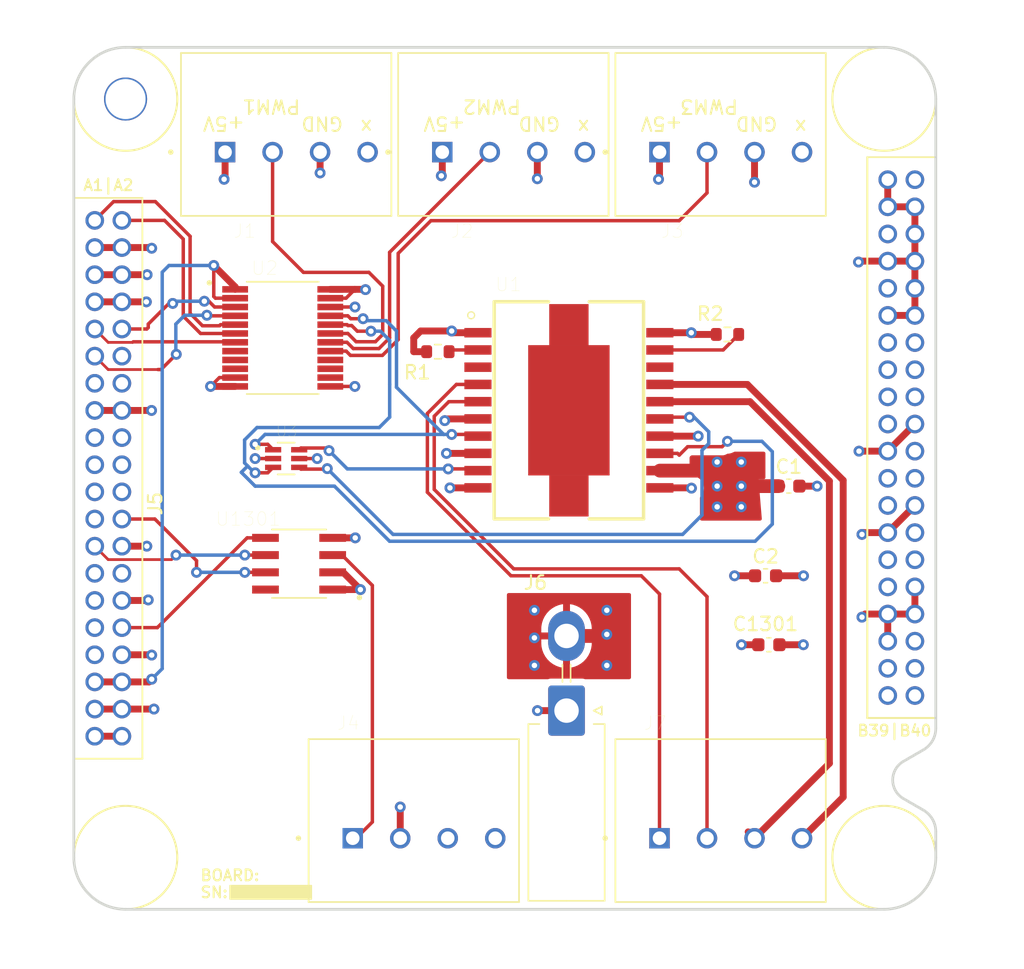
<source format=kicad_pcb>
(kicad_pcb (version 20211014) (generator pcbnew)
  (layers (0 "F.Cu" signal) (1 "In1.Cu" signal) (2 "In2.Cu" signal) (31 "B.Cu" signal) (34 "B.Paste" user) (35 "F.Paste" user) (36 "B.SilkS" user "B.Silkscreen") (37 "F.SilkS" user "F.Silkscreen") (38 "B.Mask" user) (39 "F.Mask" user) (44 "Edge.Cuts" user))
  (net 0 "")
  (net 1 "GND")
  (net 2 "/MAX6675ISA/T+")
  (net 3 "+5V")
  (net 4 "SPI0_SCK")
  (net 5 "CS4")
  (net 6 "SPI0_MISO")
  (net 8 "Net-(R1-Pad2)")
  (net 10 "Sol1Lead1")
  (net 11 "Sol1Lead2")
  (net 12 "Sol1")
  (net 13 "Sol1'")
  (net 14 "+24V")
  (net 15 "Sol2")
  (net 16 "Sol2'")
  (net 17 "Sol2Lead1")
  (net 18 "Sol2Lead2")
  (net 20 "Net-(R2-Pad1)")
  (net 21 "+3V3")
  (net 22 "Sol1_33")
  (net 23 "Sol2_33")
  (net 24 "PWM1_33")
  (net 25 "PWM2_33")
  (net 26 "PWM3_33")
  (net 33 "PWM3")
  (net 34 "PWM2")
  (net 35 "PWM1")
  (net 41 "/CAS_bus/SPI0_nSS5")
  (net 42 "+BATT")
  (net 43 "/CAS_bus/SPI0_nSS2")
  (net 44 "/CAS_bus/INT6")
  (net 45 "/CAS_bus/I2C1_SDA")
  (net 46 "/CAS_bus/SPI0_nSS6")
  (net 47 "/CAS_bus/INT8")
  (net 48 "/CAS_bus/I2C0_SDA")
  (net 49 "/CAS_bus/SPI0_nSS8")
  (net 50 "/CAS_bus/SPI0_nSS3")
  (net 51 "/CAS_bus/SPI0_nSS7")
  (net 52 "/CAS_bus/SPI0_nSS1")
  (net 53 "SPI0_MOSI")
  (net 54 "/CAS_bus/I2C0_SCL")
  (net 55 "/CAS_bus/INT7")
  (net 56 "/CAS_bus/I2C1_SCL")
  (net 57 "/CAS_bus/SPIHS_nSS2")
  (net 58 "/CAS_bus/SPIHS_SCK")
  (net 60 "/CAS_bus/LVDS0N")
  (net 61 "/CAS_bus/LVDS2N")
  (net 63 "/CAS_bus/LVDS0P")
  (net 66 "/CAS_bus/SPIHS_nSS1")
  (net 68 "/CAS_bus/nRESET")
  (net 69 "/CAS_bus/LVDS2P")
  (net 70 "/CAS_bus/LVDS1N")
  (net 71 "/CAS_bus/LVDS3N")
  (net 72 "/CAS_bus/LVDSCLK1P")
  (net 73 "/CAS_bus/SPIHS_MISO")
  (net 74 "/CAS_bus/LVDS1P")
  (net 75 "/CAS_bus/LVDSCLK0N")
  (net 76 "/CAS_bus/LVDSCLK1N")
  (net 77 "/CAS_bus/SPIHS_MOSI")
  (net 78 "/CAS_bus/LVDSCLK0P")
  (net 79 "/CAS_bus/LVDS3P")
  (footprint "star-common-lib:SOIC127P600X175-8N" (layer "F.Cu") (at 70.547 82.677 180)
    (fp_text reference "U1301")
    (fp_text value "MAX6675ISA+")
  )
  (footprint "star-common-lib:PHOENIX_1984989" (layer "F.Cu") (at 79 101.6)
    (fp_text reference "J4")
    (fp_text value "1984989")
  )
  (footprint "star-common-lib:PHOENIX_1984989" (layer "F.Cu") (at 69.596 51.054)
    (fp_text reference "J1")
    (fp_text value "1984989")
  )
  (footprint "star-common-lib:CAS_physical" (layer "F.Cu") (at 53.955 44.635)
    (fp_text reference "J5")
    (fp_text value "CAS_stacking")
    (fp_line (start 61.11875 55.349816) (end 62.581693 56.194446) (layer "Edge.Cuts") (width 0.2))
    (fp_line (start 59.69 63.5) (end 3.81 63.5) (layer "Edge.Cuts") (width 0.2))
    (fp_line (start 63.5 57.785) (end 63.5 59.69) (layer "Edge.Cuts") (width 0.2))
    (fp_line (start 63.5 3.81) (end 63.5 50.165) (layer "Edge.Cuts") (width 0.2))
    (fp_line (start 61.118751 52.600185) (end 62.581694 51.755555) (layer "Edge.Cuts") (width 0.2))
    (fp_line (start 0 59.69) (end 0 3.81) (layer "Edge.Cuts") (width 0.2))
    (fp_line (start 3.81 0) (end 59.69 0) (layer "Edge.Cuts") (width 0.2))
    (fp_arc (start 63.5 59.69) (mid 62.384077 62.384077) (end 59.69 63.5) (layer "Edge.Cuts") (width 0.2))
    (fp_arc (start 3.81 63.5) (mid 1.115923 62.384077) (end 0 59.69) (layer "Edge.Cuts") (width 0.2))
    (fp_arc (start 59.69 0) (mid 62.384077 1.115923) (end 63.5 3.81) (layer "Edge.Cuts") (width 0.2))
    (fp_arc (start 61.11875 55.349814) (mid 60.325001 53.974999) (end 61.118751 52.600185) (layer "Edge.Cuts") (width 0.2))
    (fp_arc (start 63.5 50.165) (mid 63.25394 51.083307) (end 62.581693 51.755554) (layer "Edge.Cuts") (width 0.2))
    (fp_arc (start 0 3.81) (mid 1.115923 1.115923) (end 3.81 0) (layer "Edge.Cuts") (width 0.2))
    (fp_arc (start 62.581694 56.194446) (mid 63.253941 56.866693) (end 63.5 57.785) (layer "Edge.Cuts") (width 0.2))
  )
  (footprint "star-common-lib:SOIC127P1420X360-20N" (layer "F.Cu") (at 90.424 71.374)
    (fp_text reference "U1")
    (fp_text value "L298P")
  )
  (footprint "Capacitor_SMD:C_0603_1608Metric" (layer "F.Cu") (at 106.628 76.96)
    (fp_text reference "C1")
    (fp_text value "100n")
  )
  (footprint "Capacitor_SMD:C_0603_1608Metric" (layer "F.Cu") (at 105.156 88.646 180)
    (fp_text reference "C1301")
    (fp_text value "0.1u")
  )
  (footprint "Capacitor_SMD:C_0603_1608Metric" (layer "F.Cu") (at 104.915 83.566)
    (fp_text reference "C2")
    (fp_text value "100n")
  )
  (footprint "Resistor_SMD:R_0603_1608Metric" (layer "F.Cu") (at 80.772 67.056)
    (fp_text reference "R1")
    (fp_text value "20")
  )
  (footprint "Resistor_SMD:R_0603_1608Metric" (layer "F.Cu") (at 102.108 65.786 180)
    (fp_text reference "R2")
    (fp_text value "20")
  )
  (footprint "star-common-lib:SN74LVC8T245DBR_SOP65P780X200-24N" (layer "F.Cu") (at 69.342 66.04)
    (fp_text reference "U2")
    (fp_text value "SN74LVC8T245DBR")
  )
  (footprint "star-common-lib:SN74LVC2GU04_SOT65P210X110-6N" (layer "F.Cu") (at 69.596 74.93)
    (fp_text reference "U3")
    (fp_text value "SN74LVC2GU04DCKR")
  )
  (footprint "star-common-lib:PHOENIX_1984989" (layer "F.Cu") (at 101.6 51.054)
    (fp_text reference "J3")
    (fp_text value "1984989")
  )
  (footprint "star-common-lib:PHOENIX_1984989" (layer "F.Cu") (at 101.6 101.6)
    (fp_text reference "J7")
    (fp_text value "1984989")
  )
  (footprint "Connector_Molex:Molex_Mini-Fit_Jr_5569-02A2_2x01_P4.20mm_Horizontal" (layer "F.Cu") (at 90.25 93.499 180)
    (fp_text reference "J6")
    (fp_text value "Conn_01x02")
  )
  (footprint "star-common-lib:PHOENIX_1984989" (layer "F.Cu") (at 85.598 51.054)
    (fp_text reference "J2")
    (fp_text value "1984989")
  )
  (gr_text "+5V" (at 97.25 50.25 180) (layer "F.SilkS") (effects (font (size 1 1))))
  (gr_text "x" (at 91.5 50.5 180) (layer "F.SilkS") (effects (font (size 1 1))))
  (gr_text "x" (at 107.5 50.5 180) (layer "F.SilkS") (effects (font (size 1 1))))
  (gr_text "+5V" (at 81.25 50.25 180) (layer "F.SilkS") (effects (font (size 1 1))))
  (gr_text "x" (at 75.5 50.5 180) (layer "F.SilkS") (effects (font (size 1 1))))
  (gr_text "PWM2" (at 84.75 49 180) (layer "F.SilkS") (effects (font (size 1 1))))
  (gr_text "+5V" (at 65 50.25 180) (layer "F.SilkS") (effects (font (size 1 1))))
  (gr_text "GND" (at 88.25 50.25 180) (layer "F.SilkS") (effects (font (size 1 1))))
  (gr_text "PWM3" (at 100.75 49 180) (layer "F.SilkS") (effects (font (size 1 1))))
  (gr_text "GND" (at 104.25 50.25 180) (layer "F.SilkS") (effects (font (size 1 1))))
  (gr_text "PWM1" (at 68.5 49 180) (layer "F.SilkS") (effects (font (size 1 1))))
  (gr_text "GND" (at 72.25 50.25 180) (layer "F.SilkS") (effects (font (size 1 1))))
  (segment (start 113.915 56.3851) (end 115.915 56.3851) (width 0.508) (layer "F.Cu") (net 1))
  (segment (start 57.495 63.385) (end 59.297 63.385) (width 0.508) (layer "F.Cu") (net 1))
  (segment (start 97.124 65.659) (end 99.441 65.659) (width 0.508) (layer "F.Cu") (net 1))
  (segment (start 57.495 81.385) (end 59.331 81.385) (width 0.508) (layer "F.Cu") (net 1))
  (segment (start 73.796 83.312) (end 75.066 84.582) (width 0.508) (layer "F.Cu") (net 1))
  (segment (start 64.677 68.965) (end 64.027 69.615) (width 0.254) (layer "F.Cu") (net 1))
  (segment (start 112.147 80.385) (end 112.014 80.518) (width 0.508) (layer "F.Cu") (net 1))
  (segment (start 79.947 67.056) (end 78.994 67.056) (width 0.508) (layer "F.Cu") (net 1))
  (segment (start 104.381 88.646) (end 103.137 88.646) (width 0.508) (layer "F.Cu") (net 1))
  (segment (start 90.424 93.499) (end 88.111 93.499) (width 0.508) (layer "F.Cu") (net 1))
  (segment (start 113.915 60.3851) (end 115.915 60.3851) (width 0.508) (layer "F.Cu") (net 1))
  (segment (start 99.433257 77.089) (end 99.45388 77.109623) (width 0.508) (layer "F.Cu") (net 1))
  (segment (start 57.495 71.385) (end 55.495 71.385) (width 0.508) (layer "F.Cu") (net 1))
  (segment (start 101.283 65.786) (end 99.568 65.786) (width 0.508) (layer "F.Cu") (net 1))
  (segment (start 72.847 63.765) (end 74.665 63.765) (width 0.254) (layer "F.Cu") (net 1))
  (segment (start 115.915 60.3851) (end 115.915 62.385) (width 0.508) (layer "F.Cu") (net 1))
  (segment (start 78.994 66.04) (end 79.502 65.532) (width 0.508) (layer "F.Cu") (net 1))
  (segment (start 68.636 74.93) (end 67.31 74.93) (width 0.254) (layer "F.Cu") (net 1))
  (segment (start 88.098 52.354) (end 88.098 54.316) (width 0.508) (layer "F.Cu") (net 1))
  (segment (start 115.915 62.385) (end 115.915 64.385) (width 0.508) (layer "F.Cu") (net 1))
  (segment (start 57.495 85.385) (end 59.395 85.385) (width 0.508) (layer "F.Cu") (net 1))
  (segment (start 111.8269 60.3851) (end 111.76 60.452) (width 0.508) (layer "F.Cu") (net 1))
  (segment (start 115.915 84.385) (end 115.915 86.385) (width 0.508) (layer "F.Cu") (net 1))
  (segment (start 99.568 65.786) (end 99.441 65.659) (width 0.508) (layer "F.Cu") (net 1))
  (segment (start 113.915 86.385) (end 113.915 88.385) (width 0.508) (layer "F.Cu") (net 1))
  (segment (start 81.915 65.659) (end 81.788 65.532) (width 0.508) (layer "F.Cu") (net 1))
  (segment (start 108.712 76.962) (end 107.405 76.962) (width 0.508) (layer "F.Cu") (net 1))
  (segment (start 113.915 80.385) (end 112.147 80.385) (width 0.508) (layer "F.Cu") (net 1))
  (segment (start 73.022 84.582) (end 74.685 84.582) (width 0.508) (layer "F.Cu") (net 1))
  (segment (start 113.915 74.385) (end 111.797 74.385) (width 0.508) (layer "F.Cu") (net 1))
  (segment (start 115.915 78.385) (end 113.915 80.385) (width 0.508) (layer "F.Cu") (net 1))
  (segment (start 78.994 67.056) (end 78.994 66.04) (width 0.508) (layer "F.Cu") (net 1))
  (segment (start 113.915 74.385) (end 115.915 72.385) (width 0.508) (layer "F.Cu") (net 1))
  (segment (start 65.837 69.615) (end 64.027 69.615) (width 0.508) (layer "F.Cu") (net 1))
  (segment (start 78 102.9) (end 78 100.6) (width 0.508) (layer "F.Cu") (net 1))
  (segment (start 57.495 59.385) (end 59.639 59.385) (width 0.508) (layer "F.Cu") (net 1))
  (segment (start 107.403 76.96) (end 107.431 76.96) (width 0.508) (layer "F.Cu") (net 1))
  (segment (start 59.6669 89.3849) (end 59.69 89.408) (width 0.508) (layer "F.Cu") (net 1))
  (segment (start 57.495 63.385) (end 55.495 63.385) (width 0.508) (layer "F.Cu") (net 1))
  (segment (start 113.915 86.385) (end 112.243 86.385) (width 0.508) (layer "F.Cu") (net 1))
  (segment (start 115.915 64.385) (end 113.915 64.385) (width 0.508) (layer "F.Cu") (net 1))
  (segment (start 72.096 52.354) (end 72.096 53.888) (width 0.508) (layer "F.Cu") (net 1))
  (segment (start 59.639 59.385) (end 59.69 59.436) (width 0.508) (layer "F.Cu") (net 1))
  (segment (start 72.847 69.615) (end 74.657 69.615) (width 0.254) (layer "F.Cu") (net 1))
  (segment (start 97.124 77.089) (end 99.433257 77.089) (width 0.508) (layer "F.Cu") (net 1))
  (segment (start 104.1 52.354) (end 104.1 54.57) (width 0.508) (layer "F.Cu") (net 1))
  (segment (start 83.724 65.659) (end 81.915 65.659) (width 0.508) (layer "F.Cu") (net 1))
  (segment (start 57.495 89.3849) (end 59.1589 89.3849) (width 0.508) (layer "F.Cu") (net 1))
  (segment (start 115.915 56.3851) (end 115.915 58.3851) (width 0.508) (layer "F.Cu") (net 1))
  (segment (start 113.915 86.385) (end 115.915 86.385) (width 0.508) (layer "F.Cu") (net 1))
  (segment (start 57.495 93.3849) (end 59.8569 93.3849) (width 0.508) (layer "F.Cu") (net 1))
  (segment (start 59.1589 89.3849) (end 59.6669 89.3849) (width 0.508) (layer "F.Cu") (net 1))
  (segment (start 112.243 86.385) (end 112.014 86.614) (width 0.508) (layer "F.Cu") (net 1))
  (segment (start 104.14 83.566) (end 102.629 83.566) (width 0.508) (layer "F.Cu") (net 1))
  (segment (start 83.724 77.089) (end 81.661 77.089) (width 0.508) (layer "F.Cu") (net 1))
  (segment (start 65.837 68.965) (end 64.677 68.965) (width 0.254) (layer "F.Cu") (net 1))
  (segment (start 79.502 65.532) (end 81.788 65.532) (width 0.508) (layer "F.Cu") (net 1))
  (segment (start 107.405 76.962) (end 107.403 76.96) (width 0.508) (layer "F.Cu") (net 1))
  (segment (start 73.022 83.312) (end 73.796 83.312) (width 0.508) (layer "F.Cu") (net 1))
  (segment (start 57.495 71.385) (end 59.679 71.385) (width 0.508) (layer "F.Cu") (net 1))
  (segment (start 113.915 60.3851) (end 111.8269 60.3851) (width 0.508) (layer "F.Cu") (net 1))
  (segment (start 55.495 59.385) (end 57.495 59.385) (width 0.508) (layer "F.Cu") (net 1))
  (segment (start 113.915 56.3851) (end 113.915 54.3851) (width 0.508) (layer "F.Cu") (net 1))
  (segment (start 115.915 60.3851) (end 115.915 58.3851) (width 0.508) (layer "F.Cu") (net 1))
  (segment (start 57.495 93.3849) (end 55.495 93.3849) (width 0.508) (layer "F.Cu") (net 1))
  (segment (start 59.395 85.385) (end 59.436 85.344) (width 0.508) (layer "F.Cu") (net 1))
  (via (at 112.014 86.614) (size 0.8) (drill 0.4) (layers "F.Cu" "B.Cu") (net 1))
  (via (at 74.665 63.765) (size 0.8) (drill 0.4) (layers "F.Cu" "B.Cu") (net 1))
  (via (at 99.45388 77.109623) (size 0.8) (drill 0.4) (layers "F.Cu" "B.Cu") (net 1))
  (via (at 81.661 77.089) (size 0.8) (drill 0.4) (layers "F.Cu" "B.Cu") (net 1))
  (via (at 111.76 60.452) (size 0.8) (drill 0.4) (layers "F.Cu" "B.Cu") (net 1))
  (via (at 81.788 65.532) (size 0.8) (drill 0.4) (layers "F.Cu" "B.Cu") (net 1))
  (via (at 102.629 83.566) (size 0.8) (drill 0.4) (layers "F.Cu" "B.Cu") (net 1))
  (via (at 59.297 63.385) (size 0.8) (drill 0.4) (layers "F.Cu" "B.Cu") (net 1))
  (via (at 75.066 84.582) (size 0.8) (drill 0.4) (layers "F.Cu" "B.Cu") (net 1))
  (via (at 104.1 54.57) (size 0.8) (drill 0.4) (layers "F.Cu" "B.Cu") (net 1))
  (via (at 67.31 74.93) (size 0.8) (drill 0.4) (layers "F.Cu" "B.Cu") (net 1))
  (via (at 74.657 69.615) (size 0.8) (drill 0.4) (layers "F.Cu" "B.Cu") (net 1))
  (via (at 59.69 89.408) (size 0.8) (drill 0.4) (layers "F.Cu" "B.Cu") (net 1))
  (via (at 111.797 74.385) (size 0.8) (drill 0.4) (layers "F.Cu" "B.Cu") (net 1))
  (via (at 103.137 88.646) (size 0.8) (drill 0.4) (layers "F.Cu" "B.Cu") (net 1))
  (via (at 59.8569 93.3849) (size 0.8) (drill 0.4) (layers "F.Cu" "B.Cu") (net 1))
  (via (at 59.436 85.344) (size 0.8) (drill 0.4) (layers "F.Cu" "B.Cu") (net 1))
  (via (at 78 100.6) (size 0.8) (drill 0.4) (layers "F.Cu" "B.Cu") (net 1))
  (via (at 88.098 54.316) (size 0.8) (drill 0.4) (layers "F.Cu" "B.Cu") (net 1))
  (via (at 112.014 80.518) (size 0.8) (drill 0.4) (layers "F.Cu" "B.Cu") (net 1))
  (via (at 88.111 93.499) (size 0.8) (drill 0.4) (layers "F.Cu" "B.Cu") (net 1))
  (via (at 59.679 71.385) (size 0.8) (drill 0.4) (layers "F.Cu" "B.Cu") (net 1))
  (via (at 72.096 53.888) (size 0.8) (drill 0.4) (layers "F.Cu" "B.Cu") (net 1))
  (via (at 108.712 76.962) (size 0.8) (drill 0.4) (layers "F.Cu" "B.Cu") (net 1))
  (via (at 64.027 69.615) (size 0.8) (drill 0.4) (layers "F.Cu" "B.Cu") (net 1))
  (via (at 59.331 81.385) (size 0.8) (drill 0.4) (layers "F.Cu" "B.Cu") (net 1))
  (via (at 59.69 59.436) (size 0.8) (drill 0.4) (layers "F.Cu" "B.Cu") (net 1))
  (via (at 99.441 65.659) (size 0.8) (drill 0.4) (layers "F.Cu" "B.Cu") (net 1))
  (segment (start 73.712 82.042) (end 75.946 84.276) (width 0.254) (layer "F.Cu") (net 2))
  (segment (start 75.946 84.276) (end 75.946 101.702) (width 0.254) (layer "F.Cu") (net 2))
  (segment (start 75.946 101.702) (end 74.748 102.9) (width 0.254) (layer "F.Cu") (net 2))
  (segment (start 73.022 82.042) (end 73.712 82.042) (width 0.254) (layer "F.Cu") (net 2))
  (segment (start 65.096 52.354) (end 65.096 54.284) (width 0.508) (layer "F.Cu") (net 3))
  (segment (start 81.098 54.03) (end 81.026 54.102) (width 0.508) (layer "F.Cu") (net 3))
  (segment (start 81.407 72.009) (end 81.28 72.136) (width 0.508) (layer "F.Cu") (net 3))
  (segment (start 73.022 80.772) (end 74.685 80.772) (width 0.508) (layer "F.Cu") (net 3))
  (segment (start 105.69 83.566) (end 107.696 83.566) (width 0.508) (layer "F.Cu") (net 3))
  (segment (start 72.847 62.465) (end 74.657 62.465) (width 0.508) (layer "F.Cu") (net 3))
  (segment (start 72.847 63.115) (end 74.007 63.115) (width 0.254) (layer "F.Cu") (net 3))
  (segment (start 74.657 62.465) (end 75.419 62.465) (width 0.508) (layer "F.Cu") (net 3))
  (segment (start 57.495 61.385) (end 59.353 61.385) (width 0.508) (layer "F.Cu") (net 3))
  (segment (start 97.124 73.279) (end 99.949 73.279) (width 0.508) (layer "F.Cu") (net 3))
  (segment (start 81.098 52.354) (end 81.098 54.03) (width 0.508) (layer "F.Cu") (net 3))
  (segment (start 55.495 61.385) (end 57.495 61.385) (width 0.508) (layer "F.Cu") (net 3))
  (segment (start 74.007 63.115) (end 74.657 62.465) (width 0.254) (layer "F.Cu") (net 3))
  (segment (start 83.724 72.009) (end 81.407 72.009) (width 0.508) (layer "F.Cu") (net 3))
  (segment (start 70.556 74.93) (end 71.882 74.93) (width 0.254) (layer "F.Cu") (net 3))
  (segment (start 65.096 54.284) (end 65.024 54.356) (width 0.508) (layer "F.Cu") (net 3))
  (segment (start 97.1 54.284) (end 97.028 54.356) (width 0.508) (layer "F.Cu") (net 3))
  (segment (start 105.931 88.646) (end 107.696 88.646) (width 0.508) (layer "F.Cu") (net 3))
  (segment (start 97.1 52.354) (end 97.1 54.284) (width 0.508) (layer "F.Cu") (net 3))
  (segment (start 83.724 74.549) (end 81.407 74.549) (width 0.508) (layer "F.Cu") (net 3))
  (via (at 81.026 54.102) (size 0.8) (drill 0.4) (layers "F.Cu" "B.Cu") (net 3))
  (via (at 81.28 72.136) (size 0.8) (drill 0.4) (layers "F.Cu" "B.Cu") (net 3))
  (via (at 59.353 61.385) (size 0.8) (drill 0.4) (layers "F.Cu" "B.Cu") (net 3))
  (via (at 71.882 74.93) (size 0.8) (drill 0.4) (layers "F.Cu" "B.Cu") (net 3))
  (via (at 65.024 54.356) (size 0.8) (drill 0.4) (layers "F.Cu" "B.Cu") (net 3))
  (via (at 107.709 83.566) (size 0.8) (drill 0.4) (layers "F.Cu" "B.Cu") (net 3))
  (via (at 107.696 88.646) (size 0.8) (drill 0.4) (layers "F.Cu" "B.Cu") (net 3))
  (via (at 81.407 74.549) (size 0.8) (drill 0.4) (layers "F.Cu" "B.Cu") (net 3))
  (via (at 97.028 54.356) (size 0.8) (drill 0.4) (layers "F.Cu" "B.Cu") (net 3))
  (via (at 75.438 62.484) (size 0.8) (drill 0.4) (layers "F.Cu" "B.Cu") (net 3))
  (via (at 99.949 73.279) (size 0.8) (drill 0.4) (layers "F.Cu" "B.Cu") (net 3))
  (via (at 74.685 80.772) (size 0.8) (drill 0.4) (layers "F.Cu" "B.Cu") (net 3))
  (segment (start 66.719847 80.772) (end 60.106847 87.385) (width 0.254) (layer "F.Cu") (net 4))
  (segment (start 68.072 80.772) (end 66.719847 80.772) (width 0.254) (layer "F.Cu") (net 4))
  (segment (start 60.106847 87.385) (end 57.495 87.385) (width 0.254) (layer "F.Cu") (net 4))
  (segment (start 68.072 82.042) (end 68.762 82.042) (width 0.254) (layer "F.Cu") (net 5))
  (segment (start 61.152589 82.371911) (end 56.481911 82.371911) (width 0.2032) (layer "F.Cu") (net 5))
  (segment (start 61.4825 82.042) (end 61.152589 82.371911) (width 0.2032) (layer "F.Cu") (net 5))
  (segment (start 68.072 82.042) (end 66.548 82.042) (width 0.254) (layer "F.Cu") (net 5))
  (segment (start 66.294 82.042) (end 66.548 82.042) (width 0.254) (layer "F.Cu") (net 5))
  (segment (start 56.481911 82.371911) (end 55.495 81.385) (width 0.2032) (layer "F.Cu") (net 5))
  (via (at 66.548 82.042) (size 0.8) (drill 0.4) (layers "F.Cu" "B.Cu") (net 5))
  (via (at 61.4825 82.042) (size 0.8) (drill 0.4) (layers "F.Cu" "B.Cu") (net 5))
  (segment (start 66.548 82.042) (end 61.4825 82.042) (width 0.254) (layer "B.Cu") (net 5))
  (segment (start 68.072 83.312) (end 66.548 83.312) (width 0.254) (layer "F.Cu") (net 6))
  (segment (start 62.992 82.453347) (end 59.923653 79.385) (width 0.254) (layer "F.Cu") (net 6))
  (segment (start 59.923653 79.385) (end 57.495 79.385) (width 0.254) (layer "F.Cu") (net 6))
  (segment (start 62.992 83.312) (end 62.992 82.453347) (width 0.254) (layer "F.Cu") (net 6))
  (via (at 62.992 83.312) (size 0.8) (drill 0.4) (layers "F.Cu" "B.Cu") (net 6))
  (via (at 66.548 83.312) (size 0.8) (drill 0.4) (layers "F.Cu" "B.Cu") (net 6))
  (segment (start 66.548 83.312) (end 62.992 83.312) (width 0.254) (layer "B.Cu") (net 6))
  (segment (start 81.724 66.929) (end 81.597 67.056) (width 0.254) (layer "F.Cu") (net 8))
  (segment (start 83.724 66.929) (end 81.724 66.929) (width 0.254) (layer "F.Cu") (net 8))
  (segment (start 82.136763 69.469) (end 79.999969 71.605794) (width 0.254) (layer "F.Cu") (net 10))
  (segment (start 79.99997 77.410054) (end 86.155916 83.566) (width 0.254) (layer "F.Cu") (net 10))
  (segment (start 79.999969 71.605794) (end 79.99997 77.410054) (width 0.254) (layer "F.Cu") (net 10))
  (segment (start 83.724 69.469) (end 82.136763 69.469) (width 0.254) (layer "F.Cu") (net 10))
  (segment (start 86.155916 83.566) (end 95.758 83.566) (width 0.254) (layer "F.Cu") (net 10))
  (segment (start 97.1 84.908) (end 97.1 102.9) (width 0.254) (layer "F.Cu") (net 10))
  (segment (start 95.758 83.566) (end 97.1 84.908) (width 0.254) (layer "F.Cu") (net 10))
  (segment (start 100.6 85.106) (end 100.6 102.9) (width 0.254) (layer "F.Cu") (net 11))
  (segment (start 86.36 83.058) (end 98.552 83.058) (width 0.254) (layer "F.Cu") (net 11))
  (segment (start 81.578847 70.739) (end 80.503489 71.814358) (width 0.254) (layer "F.Cu") (net 11))
  (segment (start 98.552 83.058) (end 100.6 85.106) (width 0.254) (layer "F.Cu") (net 11))
  (segment (start 83.724 70.739) (end 81.578847 70.739) (width 0.254) (layer "F.Cu") (net 11))
  (segment (start 80.503489 77.201489) (end 86.36 83.058) (width 0.254) (layer "F.Cu") (net 11))
  (segment (start 80.503489 71.814358) (end 80.503489 77.201489) (width 0.254) (layer "F.Cu") (net 11))
  (segment (start 72.847 64.415) (end 74.140022 64.415) (width 0.254) (layer "F.Cu") (net 12))
  (segment (start 81.788 73.152) (end 83.597 73.152) (width 0.254) (layer "F.Cu") (net 12))
  (segment (start 74.140022 64.415) (end 74.353411 64.628389) (width 0.254) (layer "F.Cu") (net 12))
  (segment (start 83.597 73.152) (end 83.724 73.279) (width 0.254) (layer "F.Cu") (net 12))
  (segment (start 68.636 74.28) (end 68.236497 73.880497) (width 0.254) (layer "F.Cu") (net 12))
  (segment (start 74.353411 64.628389) (end 75.26167 64.628389) (width 0.254) (layer "F.Cu") (net 12))
  (segment (start 68.236497 73.880497) (end 67.31 73.880497) (width 0.254) (layer "F.Cu") (net 12))
  (via (at 67.31 73.880497) (size 0.8) (drill 0.4) (layers "F.Cu" "B.Cu") (net 12))
  (via (at 75.26167 64.628389) (size 0.8) (drill 0.4) (layers "F.Cu" "B.Cu") (net 12))
  (via (at 81.788 73.152) (size 0.8) (drill 0.4) (layers "F.Cu" "B.Cu") (net 12))
  (segment (start 81.197847 73.152) (end 81.788 73.152) (width 0.254) (layer "B.Cu") (net 12))
  (segment (start 67.31 73.880497) (end 68.038497 73.152) (width 0.254) (layer "B.Cu") (net 12))
  (segment (start 75.403281 64.77) (end 76.962 64.77) (width 0.254) (layer "B.Cu") (net 12))
  (segment (start 77.724 69.678153) (end 81.197847 73.152) (width 0.254) (layer "B.Cu") (net 12))
  (segment (start 75.26167 64.628389) (end 75.403281 64.77) (width 0.254) (layer "B.Cu") (net 12))
  (segment (start 77.724 65.532) (end 77.724 69.678153) (width 0.254) (layer "B.Cu") (net 12))
  (segment (start 76.962 64.77) (end 77.724 65.532) (width 0.254) (layer "B.Cu") (net 12))
  (segment (start 68.038497 73.152) (end 81.197847 73.152) (width 0.254) (layer "B.Cu") (net 12))
  (segment (start 81.534 75.692) (end 83.597 75.692) (width 0.254) (layer "F.Cu") (net 13))
  (segment (start 70.556 74.28) (end 70.682511 74.153489) (width 0.254) (layer "F.Cu") (net 13))
  (segment (start 70.682511 74.153489) (end 72.560886 74.153489) (width 0.254) (layer "F.Cu") (net 13))
  (segment (start 83.597 75.692) (end 83.724 75.819) (width 0.254) (layer "F.Cu") (net 13))
  (segment (start 72.560886 74.153489) (end 72.755238 74.347841) (width 0.254) (layer "F.Cu") (net 13))
  (via (at 72.755238 74.347841) (size 0.8) (drill 0.4) (layers "F.Cu" "B.Cu") (net 13))
  (via (at 81.534 75.692) (size 0.8) (drill 0.4) (layers "F.Cu" "B.Cu") (net 13))
  (segment (start 74.099397 75.692) (end 81.534 75.692) (width 0.254) (layer "B.Cu") (net 13))
  (segment (start 72.755238 74.347841) (end 74.099397 75.692) (width 0.254) (layer "B.Cu") (net 13))
  (segment (start 97.124 75.819) (end 99.949 75.819) (width 1.016) (layer "F.Cu") (net 14))
  (segment (start 93.103 87.999) (end 93.218 87.884) (width 1.016) (layer "F.Cu") (net 14))
  (segment (start 105.853 76.96) (end 103.126 76.96) (width 1.016) (layer "F.Cu") (net 14))
  (segment (start 90.424 87.999) (end 93.103 87.999) (width 1.016) (layer "F.Cu") (net 14))
  (via (at 93.218 90.17) (size 0.8) (drill 0.4) (layers "F.Cu" "B.Cu") (net 14))
  (via (at 87.884 90.17) (size 0.8) (drill 0.4) (layers "F.Cu" "B.Cu") (net 14))
  (via (at 101.346 78.486) (size 0.8) (drill 0.4) (layers "F.Cu" "B.Cu") (net 14))
  (via (at 103.124 78.486) (size 0.8) (drill 0.4) (layers "F.Cu" "B.Cu") (net 14))
  (via (at 103.124 75.184) (size 0.8) (drill 0.4) (layers "F.Cu" "B.Cu") (net 14))
  (via (at 93.218 87.884) (size 0.8) (drill 0.4) (layers "F.Cu" "B.Cu") (net 14))
  (via (at 101.346 75.184) (size 0.8) (drill 0.4) (layers "F.Cu" "B.Cu") (net 14))
  (via (at 93.218 86.106) (size 0.8) (drill 0.4) (layers "F.Cu" "B.Cu") (net 14))
  (via (at 103.126 76.96) (size 0.8) (drill 0.4) (layers "F.Cu" "B.Cu") (net 14))
  (via (at 87.884 88.138) (size 0.8) (drill 0.4) (layers "F.Cu" "B.Cu") (net 14))
  (via (at 101.346 76.962) (size 0.8) (drill 0.4) (layers "F.Cu" "B.Cu") (net 14))
  (via (at 87.884 86.106) (size 0.8) (drill 0.4) (layers "F.Cu" "B.Cu") (net 14))
  (segment (start 101.712489 74.055511) (end 99.172489 74.055511) (width 0.254) (layer "F.Cu") (net 15))
  (segment (start 68.636 75.58) (end 68.236497 75.979503) (width 0.254) (layer "F.Cu") (net 15))
  (segment (start 74.836591 65.5465) (end 74.422 65.131909) (width 0.254) (layer "F.Cu") (net 15))
  (segment (start 98.425 74.549) (end 97.124 74.549) (width 0.254) (layer "F.Cu") (net 15))
  (segment (start 74.422 65.131909) (end 74.144847 65.131909) (width 0.254) (layer "F.Cu") (net 15))
  (segment (start 68.236497 75.979503) (end 67.31 75.979503) (width 0.254) (layer "F.Cu") (net 15))
  (segment (start 74.077938 65.065) (end 72.847 65.065) (width 0.254) (layer "F.Cu") (net 15))
  (segment (start 74.836591 65.5465) (end 75.841268 65.5465) (width 0.254) (layer "F.Cu") (net 15))
  (segment (start 74.144847 65.131909) (end 74.077938 65.065) (width 0.254) (layer "F.Cu") (net 15))
  (segment (start 99.172489 74.055511) (end 98.552 74.676) (width 0.254) (layer "F.Cu") (net 15))
  (segment (start 98.552 74.676) (end 98.425 74.549) (width 0.254) (layer "F.Cu") (net 15))
  (segment (start 102.108 73.66) (end 101.712489 74.055511) (width 0.254) (layer "F.Cu") (net 15))
  (via (at 67.31 75.979503) (size 0.8) (drill 0.4) (layers "F.Cu" "B.Cu") (net 15))
  (via (at 102.108 73.66) (size 0.8) (drill 0.4) (layers "F.Cu" "B.Cu") (net 15))
  (via (at 75.841268 65.5465) (size 0.8) (drill 0.4) (layers "F.Cu" "B.Cu") (net 15))
  (segment (start 105.41 79.756) (end 105.41 74.422) (width 0.254) (layer "B.Cu") (net 15))
  (segment (start 77.220481 66.22705) (end 76.539931 65.5465) (width 0.254) (layer "B.Cu") (net 15))
  (segment (start 66.760923 75.479077) (end 66.533489 75.251642) (width 0.254) (layer "B.Cu") (net 15))
  (segment (start 67.26135 75.979503) (end 66.760923 75.479077) (width 0.254) (layer "B.Cu") (net 15))
  (segment (start 77.211519 81.021519) (end 104.144481 81.021519) (width 0.254) (layer "B.Cu") (net 15))
  (segment (start 104.144481 81.021519) (end 105.41 79.756) (width 0.254) (layer "B.Cu") (net 15))
  (segment (start 66.533489 73.558855) (end 67.448344 72.644) (width 0.254) (layer "B.Cu") (net 15))
  (segment (start 77.22048 71.87752) (end 77.220481 69.469588) (width 0.254) (layer "B.Cu") (net 15))
  (segment (start 66.294 75.946) (end 67.31 76.962) (width 0.254) (layer "B.Cu") (net 15))
  (segment (start 75.7065 65.5465) (end 75.841268 65.5465) (width 0.254) (layer "B.Cu") (net 15))
  (segment (start 67.31 76.962) (end 73.152 76.962) (width 0.254) (layer "B.Cu") (net 15))
  (segment (start 105.41 74.422) (end 104.648 73.66) (width 0.254) (layer "B.Cu") (net 15))
  (segment (start 77.220481 69.469588) (end 77.220481 66.22705) (width 0.254) (layer "B.Cu") (net 15))
  (segment (start 66.533489 75.251642) (end 66.533489 73.558855) (width 0.254) (layer "B.Cu") (net 15))
  (segment (start 67.448344 72.644) (end 76.454 72.644) (width 0.254) (layer "B.Cu") (net 15))
  (segment (start 76.454 72.644) (end 77.22048 71.87752) (width 0.254) (layer "B.Cu") (net 15))
  (segment (start 67.31 75.979503) (end 67.26135 75.979503) (width 0.254) (layer "B.Cu") (net 15))
  (segment (start 76.539931 65.5465) (end 75.7065 65.5465) (width 0.254) (layer "B.Cu") (net 15))
  (segment (start 73.152 76.962) (end 77.211519 81.021519) (width 0.254) (layer "B.Cu") (net 15))
  (segment (start 104.648 73.66) (end 102.108 73.66) (width 0.254) (layer "B.Cu") (net 15))
  (segment (start 66.760923 75.479077) (end 66.294 75.946) (width 0.254) (layer "B.Cu") (net 15))
  (segment (start 70.556 75.58) (end 70.682511 75.706511) (width 0.254) (layer "F.Cu") (net 16))
  (segment (start 99.314 71.882) (end 97.251 71.882) (width 0.254) (layer "F.Cu") (net 16))
  (segment (start 72.58971 75.706511) (end 72.624111 75.67211) (width 0.254) (layer "F.Cu") (net 16))
  (segment (start 70.682511 75.706511) (end 72.58971 75.706511) (width 0.254) (layer "F.Cu") (net 16))
  (segment (start 97.251 71.882) (end 97.124 72.009) (width 0.254) (layer "F.Cu") (net 16))
  (via (at 99.314 71.882) (size 0.8) (drill 0.4) (layers "F.Cu" "B.Cu") (net 16))
  (via (at 72.624111 75.67211) (size 0.8) (drill 0.4) (layers "F.Cu" "B.Cu") (net 16))
  (segment (start 100.230391 79.093609) (end 100.230391 74.322391) (width 0.254) (layer "B.Cu") (net 16))
  (segment (start 99.650153 71.882) (end 99.314 71.882) (width 0.254) (layer "B.Cu") (net 16))
  (segment (start 98.806 80.518) (end 100.230391 79.093609) (width 0.254) (layer "B.Cu") (net 16))
  (segment (start 100.230391 74.322391) (end 100.725511 73.827271) (width 0.254) (layer "B.Cu") (net 16))
  (segment (start 100.725511 72.957358) (end 99.650153 71.882) (width 0.254) (layer "B.Cu") (net 16))
  (segment (start 77.470001 80.518) (end 98.806 80.518) (width 0.254) (layer "B.Cu") (net 16))
  (segment (start 72.624111 75.67211) (end 77.470001 80.518) (width 0.254) (layer "B.Cu") (net 16))
  (segment (start 100.725511 73.827271) (end 100.725511 72.957358) (width 0.254) (layer "B.Cu") (net 16))
  (segment (start 97.124 70.739) (end 103.766759 70.739) (width 0.508) (layer "F.Cu") (net 17))
  (segment (start 103.632 102.432) (end 104.1 102.9) (width 0.508) (layer "F.Cu") (net 17))
  (segment (start 103.766759 70.739) (end 109.615511 76.587752) (width 0.508) (layer "F.Cu") (net 17))
  (segment (start 109.615511 97.384489) (end 104.1 102.9) (width 0.508) (layer "F.Cu") (net 17))
  (segment (start 109.615511 76.587752) (end 109.615511 97.384489) (width 0.508) (layer "F.Cu") (net 17))
  (segment (start 103.568054 69.469) (end 110.631511 76.532457) (width 0.508) (layer "F.Cu") (net 18))
  (segment (start 97.124 69.469) (end 103.568054 69.469) (width 0.508) (layer "F.Cu") (net 18))
  (segment (start 110.631511 99.868489) (end 107.6 102.9) (width 0.508) (layer "F.Cu") (net 18))
  (segment (start 110.631511 76.532457) (end 110.631511 99.868489) (width 0.508) (layer "F.Cu") (net 18))
  (segment (start 102.933 65.786) (end 101.79 66.929) (width 0.254) (layer "F.Cu") (net 20))
  (segment (start 101.79 66.929) (end 97.124 66.929) (width 0.254) (layer "F.Cu") (net 20))
  (segment (start 57.495 91.3849) (end 59.4911 91.3849) (width 0.508) (layer "F.Cu") (net 21))
  (segment (start 64.385 63.115) (end 64.262 62.992) (width 0.254) (layer "F.Cu") (net 21))
  (segment (start 59.4911 91.3849) (end 59.69 91.186) (width 0.508) (layer "F.Cu") (net 21))
  (segment (start 65.837 62.465) (end 65.837 62.281) (width 0.508) (layer "F.Cu") (net 21))
  (segment (start 64.262 62.992) (end 64.262 60.706) (width 0.254) (layer "F.Cu") (net 21))
  (segment (start 65.837 62.281) (end 64.262 60.706) (width 0.508) (layer "F.Cu") (net 21))
  (segment (start 57.495 91.3849) (end 55.495 91.3849) (width 0.508) (layer "F.Cu") (net 21))
  (segment (start 65.837 63.115) (end 64.385 63.115) (width 0.254) (layer "F.Cu") (net 21))
  (via (at 64.262 60.706) (size 0.8) (drill 0.4) (layers "F.Cu" "B.Cu") (net 21))
  (via (at 59.69 91.186) (size 0.8) (drill 0.4) (layers "F.Cu" "B.Cu") (net 21))
  (segment (start 60.464511 61.201489) (end 60.96 60.706) (width 0.25) (layer "B.Cu") (net 21))
  (segment (start 59.69 91.186) (end 60.464511 90.411489) (width 0.25) (layer "B.Cu") (net 21))
  (segment (start 60.464511 90.411489) (end 60.464511 61.201489) (width 0.25) (layer "B.Cu") (net 21))
  (segment (start 64.262 60.706) (end 60.96 60.706) (width 0.254) (layer "B.Cu") (net 21))
  (segment (start 64.322916 63.765) (end 63.905958 63.348042) (width 0.254) (layer "F.Cu") (net 22))
  (segment (start 60.96 63.5) (end 60.706 63.754) (width 0.25) (layer "F.Cu") (net 22))
  (segment (start 59.436 65.278) (end 59.329 65.385) (width 0.254) (layer "F.Cu") (net 22))
  (segment (start 60.706 63.754) (end 59.436 65.024) (width 0.254) (layer "F.Cu") (net 22))
  (segment (start 63.905958 63.348042) (end 63.897177 63.339261) (width 0.254) (layer "F.Cu") (net 22))
  (segment (start 59.436 65.024) (end 59.436 65.278) (width 0.254) (layer "F.Cu") (net 22))
  (segment (start 63.897177 63.339261) (end 63.567477 63.339261) (width 0.254) (layer "F.Cu") (net 22))
  (segment (start 65.837 63.765) (end 64.322916 63.765) (width 0.254) (layer "F.Cu") (net 22))
  (segment (start 65.837 63.765) (end 65.833489 63.768511) (width 0.254) (layer "F.Cu") (net 22))
  (segment (start 59.329 65.385) (end 57.495 65.385) (width 0.254) (layer "F.Cu") (net 22))
  (segment (start 61.239011 63.5) (end 60.96 63.5) (width 0.25) (layer "F.Cu") (net 22))
  (via (at 61.239011 63.5) (size 0.8) (drill 0.4) (layers "F.Cu" "B.Cu") (net 22))
  (via (at 63.567477 63.339261) (size 0.8) (drill 0.4) (layers "F.Cu" "B.Cu") (net 22))
  (segment (start 61.39975 63.339261) (end 61.239011 63.5) (width 0.25) (layer "B.Cu") (net 22))
  (segment (start 63.567477 63.339261) (end 61.897239 63.339261) (width 0.254) (layer "B.Cu") (net 22))
  (segment (start 61.897239 63.339261) (end 61.39975 63.339261) (width 0.25) (layer "B.Cu") (net 22))
  (segment (start 60.378089 68.371911) (end 60.152089 68.371911) (width 0.254) (layer "F.Cu") (net 23))
  (segment (start 65.837 64.415) (end 65.803511 64.381511) (width 0.254) (layer "F.Cu") (net 23))
  (segment (start 61.5 67.25) (end 60.378089 68.371911) (width 0.254) (layer "F.Cu") (net 23))
  (segment (start 63.798841 64.415) (end 63.755605 64.371764) (width 0.254) (layer "F.Cu") (net 23))
  (segment (start 65.837 64.415) (end 63.798841 64.415) (width 0.254) (layer "F.Cu") (net 23))
  (segment (start 56.481911 68.371911) (end 55.495 67.385) (width 0.2032) (layer "F.Cu") (net 23))
  (segment (start 60.152089 68.371911) (end 56.481911 68.371911) (width 0.2032) (layer "F.Cu") (net 23))
  (via (at 61.5 67.25) (size 0.8) (drill 0.4) (layers "F.Cu" "B.Cu") (net 23))
  (via (at 63.755605 64.371764) (size 0.8) (drill 0.4) (layers "F.Cu" "B.Cu") (net 23))
  (segment (start 62.120236 64.371764) (end 61.468 65.024) (width 0.254) (layer "B.Cu") (net 23))
  (segment (start 61.468 65.024) (end 61.468 67.218) (width 0.25) (layer "B.Cu") (net 23))
  (segment (start 61.468 67.218) (end 61.5 67.25) (width 0.25) (layer "B.Cu") (net 23))
  (segment (start 63.755605 64.371764) (end 62.120236 64.371764) (width 0.254) (layer "B.Cu") (net 23))
  (segment (start 65.837 65.065) (end 64.763557 65.065) (width 0.254) (layer "F.Cu") (net 24))
  (segment (start 62.519041 58.556957) (end 59.962084 56) (width 0.254) (layer "F.Cu") (net 24))
  (segment (start 64.763557 65.065) (end 64.680282 65.148275) (width 0.254) (layer "F.Cu") (net 24))
  (segment (start 56.88 56) (end 55.495 57.385) (width 0.254) (layer "F.Cu") (net 24))
  (segment (start 62.519042 64.233354) (end 62.519041 58.556957) (width 0.254) (layer "F.Cu") (net 24))
  (segment (start 64.680282 65.148275) (end 63.433963 65.148275) (width 0.254) (layer "F.Cu") (net 24))
  (segment (start 59.962084 56) (end 56.88 56) (width 0.254) (layer "F.Cu") (net 24))
  (segment (start 63.433963 65.148275) (end 62.519042 64.233354) (width 0.254) (layer "F.Cu") (net 24))
  (segment (start 65.837 65.715) (end 63.288604 65.715) (width 0.254) (layer "F.Cu") (net 25))
  (segment (start 62.015522 58.765522) (end 60.635 57.385) (width 0.254) (layer "F.Cu") (net 25))
  (segment (start 60.635 57.385) (end 57.495 57.385) (width 0.254) (layer "F.Cu") (net 25))
  (segment (start 63.288604 65.715) (end 62.015522 64.441918) (width 0.254) (layer "F.Cu") (net 25))
  (segment (start 62.015522 64.441918) (end 62.015522 58.765522) (width 0.254) (layer "F.Cu") (net 25))
  (segment (start 65.801489 66.329489) (end 58.329489 66.329489) (width 0.254) (layer "F.Cu") (net 26))
  (segment (start 58.329489 66.329489) (end 58.287067 66.371911) (width 0.2032) (layer "F.Cu") (net 26))
  (segment (start 56.481911 66.371911) (end 55.495 65.385) (width 0.2032) (layer "F.Cu") (net 26))
  (segment (start 58.287067 66.371911) (end 56.481911 66.371911) (width 0.2032) (layer "F.Cu") (net 26))
  (segment (start 77.849042 66.168958) (end 77.849042 59.815042) (width 0.254) (layer "F.Cu") (net 33))
  (segment (start 74.015854 67.015) (end 74.330903 67.330049) (width 0.254) (layer "F.Cu") (net 33))
  (segment (start 76.687951 67.330049) (end 77.849042 66.168958) (width 0.254) (layer "F.Cu") (net 33))
  (segment (start 77.849042 59.815042) (end 80.260084 57.404) (width 0.254) (layer "F.Cu") (net 33))
  (segment (start 100.6 55.356) (end 100.6 52.354) (width 0.254) (layer "F.Cu") (net 33))
  (segment (start 74.330903 67.330049) (end 76.687951 67.330049) (width 0.254) (layer "F.Cu") (net 33))
  (segment (start 80.260084 57.404) (end 98.552 57.404) (width 0.254) (layer "F.Cu") (net 33))
  (segment (start 98.552 57.404) (end 100.6 55.356) (width 0.254) (layer "F.Cu") (net 33))
  (segment (start 72.847 67.015) (end 74.015854 67.015) (width 0.254) (layer "F.Cu") (net 33))
  (segment (start 77.216 66.04) (end 77.216 59.736) (width 0.254) (layer "F.Cu") (net 34))
  (segment (start 72.847 66.365) (end 74.077938 66.365) (width 0.254) (layer "F.Cu") (net 34))
  (segment (start 76.42947 66.82653) (end 77.216 66.04) (width 0.254) (layer "F.Cu") (net 34))
  (segment (start 77.216 59.736) (end 84.598 52.354) (width 0.254) (layer "F.Cu") (net 34))
  (segment (start 74.077938 66.365) (end 74.539468 66.82653) (width 0.254) (layer "F.Cu") (net 34))
  (segment (start 74.539468 66.82653) (end 76.42947 66.82653) (width 0.254) (layer "F.Cu") (net 34))
  (segment (start 75.692 61.214) (end 70.866 61.214) (width 0.254) (layer "F.Cu") (net 35))
  (segment (start 74.140022 65.715) (end 74.748033 66.323011) (width 0.254) (layer "F.Cu") (net 35))
  (segment (start 74.748033 66.323011) (end 76.170989 66.323011) (width 0.254) (layer "F.Cu") (net 35))
  (segment (start 72.847 65.715) (end 74.140022 65.715) (width 0.254) (layer "F.Cu") (net 35))
  (segment (start 76.170989 66.323011) (end 76.708 65.786) (width 0.254) (layer "F.Cu") (net 35))
  (segment (start 68.596 58.944) (end 68.596 52.354) (width 0.254) (layer "F.Cu") (net 35))
  (segment (start 76.708 65.786) (end 76.708 62.23) (width 0.254) (layer "F.Cu") (net 35))
  (segment (start 76.708 62.23) (end 75.692 61.214) (width 0.254) (layer "F.Cu") (net 35))
  (segment (start 70.866 61.214) (end 68.596 58.944) (width 0.254) (layer "F.Cu") (net 35))
  (segment (start 57.495 95.3849) (end 55.495 95.3849) (width 0.508) (layer "F.Cu") (net 42))
  (zone (net 14) (net_name "+24V") (layer "F.Cu") (connect_pads (clearance 0.508)) (min_thickness 0.254) (fill yes (thermal_gap 0.508) (thermal_bridge_width 0.508))
    (polygon (pts (xy 95 91.186) (xy 85.856 91.186) (xy 85.856 84.836) (xy 95 84.836)))
  )
  (zone (net 14) (net_name "+24V") (layer "F.Cu") (connect_pads (clearance 0.508)) (min_thickness 0.254) (fill yes (thermal_gap 0.508) (thermal_bridge_width 0.508))
    (polygon (pts (xy 104.902 76.454) (xy 104.394 76.454) (xy 104.648 79.502) (xy 100.076 79.502) (xy 100.076 76.454) (xy 99.314 76.454) (xy 99.314 74.422) (xy 104.902 74.422)))
  )
)
</source>
